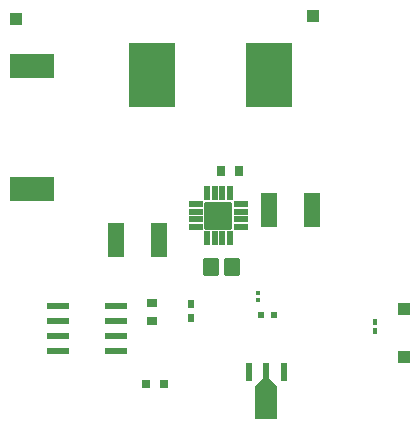
<source format=gbr>
%TF.GenerationSoftware,KiCad,Pcbnew,8.0.0*%
%TF.CreationDate,2024-03-27T14:53:21-02:30*%
%TF.ProjectId,wireless-power,77697265-6c65-4737-932d-706f7765722e,rev?*%
%TF.SameCoordinates,Original*%
%TF.FileFunction,Soldermask,Top*%
%TF.FilePolarity,Negative*%
%FSLAX46Y46*%
G04 Gerber Fmt 4.6, Leading zero omitted, Abs format (unit mm)*
G04 Created by KiCad (PCBNEW 8.0.0) date 2024-03-27 14:53:21*
%MOMM*%
%LPD*%
G01*
G04 APERTURE LIST*
G04 Aperture macros list*
%AMRoundRect*
0 Rectangle with rounded corners*
0 $1 Rounding radius*
0 $2 $3 $4 $5 $6 $7 $8 $9 X,Y pos of 4 corners*
0 Add a 4 corners polygon primitive as box body*
4,1,4,$2,$3,$4,$5,$6,$7,$8,$9,$2,$3,0*
0 Add four circle primitives for the rounded corners*
1,1,$1+$1,$2,$3*
1,1,$1+$1,$4,$5*
1,1,$1+$1,$6,$7*
1,1,$1+$1,$8,$9*
0 Add four rect primitives between the rounded corners*
20,1,$1+$1,$2,$3,$4,$5,0*
20,1,$1+$1,$4,$5,$6,$7,0*
20,1,$1+$1,$6,$7,$8,$9,0*
20,1,$1+$1,$8,$9,$2,$3,0*%
G04 Aperture macros list end*
%ADD10C,0.000000*%
%ADD11R,0.329999X0.433200*%
%ADD12RoundRect,0.102000X-0.482600X0.190500X-0.482600X-0.190500X0.482600X-0.190500X0.482600X0.190500X0*%
%ADD13RoundRect,0.102000X0.190500X0.482600X-0.190500X0.482600X-0.190500X-0.482600X0.190500X-0.482600X0*%
%ADD14RoundRect,0.102000X-1.079500X-1.079500X1.079500X-1.079500X1.079500X1.079500X-1.079500X1.079500X0*%
%ADD15R,0.812800X0.762000*%
%ADD16R,0.762000X0.812800*%
%ADD17R,0.304800X0.558800*%
%ADD18R,0.609600X0.508000*%
%ADD19R,1.000000X1.000000*%
%ADD20R,0.508000X0.660400*%
%ADD21RoundRect,0.102000X0.550000X0.690000X-0.550000X0.690000X-0.550000X-0.690000X0.550000X-0.690000X0*%
%ADD22R,3.800000X2.000000*%
%ADD23R,1.981200X0.558800*%
%ADD24R,1.397000X2.895600*%
%ADD25R,0.755599X0.799998*%
%ADD26R,3.860800X5.511800*%
%ADD27R,0.482600X1.638300*%
G04 APERTURE END LIST*
D10*
%TO.C,U3*%
G36*
X136131300Y-90741500D02*
G01*
X136817100Y-91401900D01*
X136817100Y-94170500D01*
X134962900Y-94170500D01*
X134962900Y-91401900D01*
X135648700Y-90741500D01*
X135648700Y-90398600D01*
X136131300Y-90398600D01*
X136131300Y-90741500D01*
G37*
%TD*%
D11*
%TO.C,C4*%
X135150000Y-84153200D03*
X135150000Y-83550000D03*
%TD*%
D12*
%TO.C,U1*%
X129921000Y-75996800D03*
X129921000Y-76631800D03*
X129921000Y-77292200D03*
X129921000Y-77927200D03*
D13*
X130860800Y-78867000D03*
X131495800Y-78867000D03*
X132156200Y-78867000D03*
X132791200Y-78867000D03*
D12*
X133731000Y-77927200D03*
X133731000Y-77292200D03*
X133731000Y-76631800D03*
X133731000Y-75996800D03*
D13*
X132791200Y-75057000D03*
X132156200Y-75057000D03*
X131495800Y-75057000D03*
X130860800Y-75057000D03*
D14*
X131826000Y-76962000D03*
%TD*%
D15*
%TO.C,R3*%
X126238000Y-84328000D03*
X126238000Y-85877400D03*
%TD*%
D16*
%TO.C,R1*%
X132054600Y-73152000D03*
X133604000Y-73152000D03*
%TD*%
D17*
%TO.C,C6*%
X145110200Y-85979000D03*
X145110200Y-86741000D03*
%TD*%
D18*
%TO.C,C5*%
X135407400Y-85344000D03*
X136499600Y-85344000D03*
%TD*%
D19*
%TO.C,TP3*%
X139800000Y-60100000D03*
%TD*%
D20*
%TO.C,R4*%
X129540000Y-84480400D03*
X129540000Y-85598000D03*
%TD*%
D21*
%TO.C,C1*%
X132943000Y-81280000D03*
X131217000Y-81280000D03*
%TD*%
D22*
%TO.C,J2*%
X116078000Y-64262000D03*
%TD*%
D23*
%TO.C,U2*%
X118262400Y-84582000D03*
X118262400Y-85852000D03*
X118262400Y-87122000D03*
X118262400Y-88392000D03*
X123190000Y-88392000D03*
X123190000Y-87122000D03*
X123190000Y-85852000D03*
X123190000Y-84582000D03*
%TD*%
D19*
%TO.C,TP4*%
X114700000Y-60300000D03*
%TD*%
%TO.C,TP2*%
X147500000Y-88930000D03*
%TD*%
D24*
%TO.C,C2*%
X123164600Y-78994000D03*
X126771400Y-78994000D03*
%TD*%
D22*
%TO.C,J1*%
X116078000Y-74676000D03*
%TD*%
D24*
%TO.C,C3*%
X139725400Y-76454000D03*
X136118600Y-76454000D03*
%TD*%
D19*
%TO.C,TP1*%
X147500000Y-84900000D03*
%TD*%
D25*
%TO.C,R2*%
X125698402Y-91186000D03*
X127254000Y-91186000D03*
%TD*%
D26*
%TO.C,L1*%
X126187200Y-65024000D03*
X136144000Y-65024000D03*
%TD*%
D27*
%TO.C,U3*%
X137390000Y-90189050D03*
X135890000Y-90189050D03*
X134390000Y-90189050D03*
%TD*%
M02*

</source>
